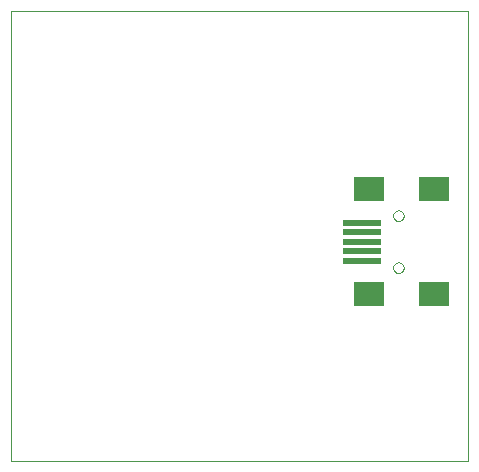
<source format=gtp>
G75*
%MOIN*%
%OFA0B0*%
%FSLAX24Y24*%
%IPPOS*%
%LPD*%
%AMOC8*
5,1,8,0,0,1.08239X$1,22.5*
%
%ADD10C,0.0000*%
%ADD11R,0.0984X0.0787*%
%ADD12R,0.1299X0.0197*%
D10*
X000180Y000180D02*
X000180Y015176D01*
X015400Y015176D01*
X015400Y000180D01*
X000180Y000180D01*
X012903Y006614D02*
X012905Y006640D01*
X012911Y006666D01*
X012921Y006691D01*
X012934Y006714D01*
X012950Y006734D01*
X012970Y006752D01*
X012992Y006767D01*
X013015Y006779D01*
X013041Y006787D01*
X013067Y006791D01*
X013093Y006791D01*
X013119Y006787D01*
X013145Y006779D01*
X013169Y006767D01*
X013190Y006752D01*
X013210Y006734D01*
X013226Y006714D01*
X013239Y006691D01*
X013249Y006666D01*
X013255Y006640D01*
X013257Y006614D01*
X013255Y006588D01*
X013249Y006562D01*
X013239Y006537D01*
X013226Y006514D01*
X013210Y006494D01*
X013190Y006476D01*
X013168Y006461D01*
X013145Y006449D01*
X013119Y006441D01*
X013093Y006437D01*
X013067Y006437D01*
X013041Y006441D01*
X013015Y006449D01*
X012991Y006461D01*
X012970Y006476D01*
X012950Y006494D01*
X012934Y006514D01*
X012921Y006537D01*
X012911Y006562D01*
X012905Y006588D01*
X012903Y006614D01*
X012903Y008346D02*
X012905Y008372D01*
X012911Y008398D01*
X012921Y008423D01*
X012934Y008446D01*
X012950Y008466D01*
X012970Y008484D01*
X012992Y008499D01*
X013015Y008511D01*
X013041Y008519D01*
X013067Y008523D01*
X013093Y008523D01*
X013119Y008519D01*
X013145Y008511D01*
X013169Y008499D01*
X013190Y008484D01*
X013210Y008466D01*
X013226Y008446D01*
X013239Y008423D01*
X013249Y008398D01*
X013255Y008372D01*
X013257Y008346D01*
X013255Y008320D01*
X013249Y008294D01*
X013239Y008269D01*
X013226Y008246D01*
X013210Y008226D01*
X013190Y008208D01*
X013168Y008193D01*
X013145Y008181D01*
X013119Y008173D01*
X013093Y008169D01*
X013067Y008169D01*
X013041Y008173D01*
X013015Y008181D01*
X012991Y008193D01*
X012970Y008208D01*
X012950Y008226D01*
X012934Y008246D01*
X012921Y008269D01*
X012911Y008294D01*
X012905Y008320D01*
X012903Y008346D01*
D11*
X012096Y009232D03*
X014261Y009232D03*
X014261Y005728D03*
X012096Y005728D03*
D12*
X011860Y006850D03*
X011860Y007165D03*
X011860Y007480D03*
X011860Y007795D03*
X011860Y008110D03*
M02*

</source>
